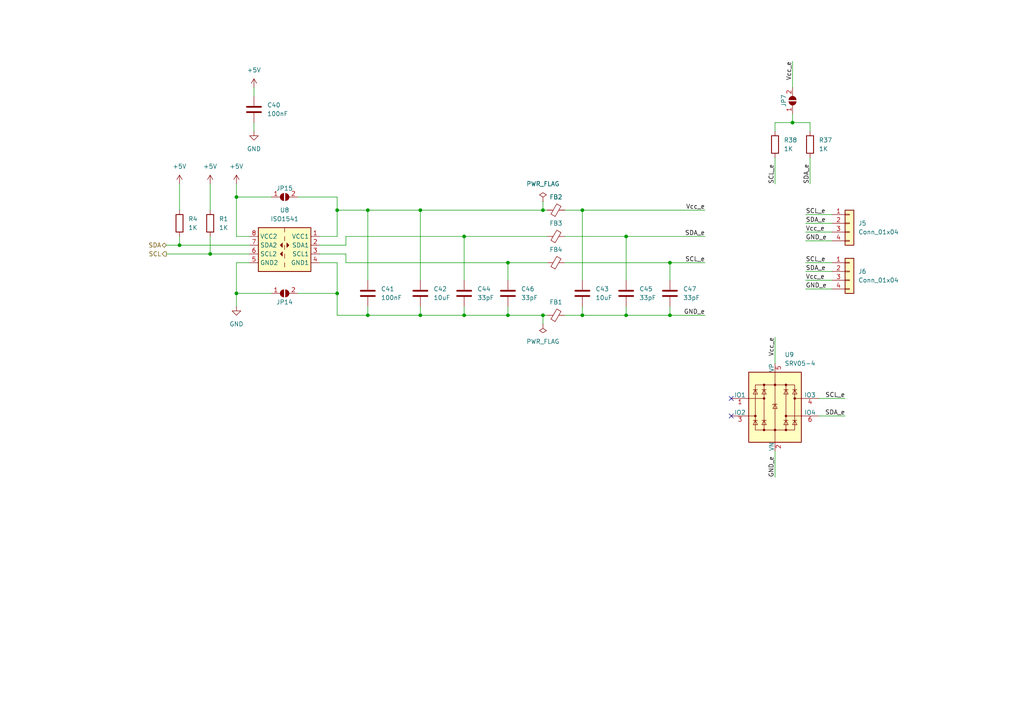
<source format=kicad_sch>
(kicad_sch (version 20211123) (generator eeschema)
  (paper "A4")
  (lib_symbols
    (symbol "Connector_Generic:Conn_01x04" (pin_names (offset 1.016) hide)
      (property "Reference" "J" (at 0 5.08 0))
      (property "Value" "Conn_01x04" (at 0 -7.62 0))
      (symbol "Conn_01x04_1_1"
        (rectangle (start -1.27 -4.953) (end 0 -5.207) (stroke (width 0.1524)))
        (rectangle (start -1.27 -2.413) (end 0 -2.667) (stroke (width 0.1524)))
        (rectangle (start -1.27 0.127) (end 0 -0.127) (stroke (width 0.1524)))
        (rectangle (start -1.27 2.667) (end 0 2.413) (stroke (width 0.1524)))
        (rectangle (start -1.27 3.81) (end 1.27 -6.35) (stroke (width 0.254)) (fill (type background)))
        (pin passive line (at -5.08 2.54 0) (length 3.81) (name "Pin_1") (number "1"))
        (pin passive line (at -5.08 0 0) (length 3.81) (name "Pin_2") (number "2"))
        (pin passive line (at -5.08 -2.54 0) (length 3.81) (name "Pin_3") (number "3"))
        (pin passive line (at -5.08 -5.08 0) (length 3.81) (name "Pin_4") (number "4"))
      )
    )
    (symbol "Device:C" (pin_numbers hide) (pin_names (offset 0.254))
      (property "Reference" "C" (at 0.635 2.54 0))
      (property "Value" "C" (at 0.635 -2.54 0))
      (symbol "C_0_1"
        (polyline (pts (xy -2.032 -0.762) (xy 2.032 -0.762)) (stroke (width 0.508)))
        (polyline (pts (xy -2.032 0.762) (xy 2.032 0.762)) (stroke (width 0.508)))
      )
      (symbol "C_1_1"
        (pin passive line (at 0 3.81 270) (length 2.794) (name "~") (number "1"))
        (pin passive line (at 0 -3.81 90) (length 2.794) (name "~") (number "2"))
      )
    )
    (symbol "Device:FerriteBead_Small" (pin_numbers hide) (pin_names (offset 0))
      (property "Reference" "FB" (at 1.905 1.27 0))
      (property "Value" "FerriteBead_Small" (at 1.905 -1.27 0))
      (symbol "FerriteBead_Small_0_1"
        (polyline (pts (xy 0 -1.27) (xy 0 -0.7874)))
        (polyline (pts (xy 0 0.889) (xy 0 1.2954)))
        (polyline (pts (xy -1.8288 0.2794) (xy -1.1176 1.4986) (xy 1.8288 -0.2032) (xy 1.1176 -1.4224) (xy -1.8288 0.2794)))
      )
      (symbol "FerriteBead_Small_1_1"
        (pin passive line (at 0 2.54 270) (length 1.27) (name "~") (number "1"))
        (pin passive line (at 0 -2.54 90) (length 1.27) (name "~") (number "2"))
      )
    )
    (symbol "Device:R" (pin_numbers hide) (pin_names (offset 0))
      (property "Reference" "R" (at 2.032 0 90))
      (property "Value" "R" (at 0 0 90))
      (symbol "R_0_1"
        (rectangle (start -1.016 -2.54) (end 1.016 2.54) (stroke (width 0.254)))
      )
      (symbol "R_1_1"
        (pin passive line (at 0 3.81 270) (length 1.27) (name "~") (number "1"))
        (pin passive line (at 0 -3.81 90) (length 1.27) (name "~") (number "2"))
      )
    )
    (symbol "Isolator:ISO1541"
      (property "Reference" "U" (at -6.35 6.35 0))
      (property "Value" "ISO1541" (at 3.81 6.35 0))
      (symbol "ISO1541_0_1"
        (rectangle (start -7.62 5.08) (end 7.62 -7.62) (stroke (width 0.254)) (fill (type background)))
        (rectangle (start 0 -5.08) (end 0 -6.35))
        (polyline (pts (xy 0 -2.54) (xy 0 -3.81)))
        (polyline (pts (xy 0 0) (xy 0 -1.27)))
        (polyline (pts (xy 0 2.54) (xy 0 1.27)))
        (polyline (pts (xy 0 5.08) (xy 0 3.81)))
        (polyline (pts (xy -0.635 0.635) (xy -1.27 0) (xy -0.635 -0.635) (xy -0.635 0.635)) (fill (type outline)))
        (polyline (pts (xy 0.635 -1.905) (xy 1.27 -2.54) (xy 0.635 -3.175) (xy 0.635 -1.905)) (fill (type outline)))
        (polyline (pts (xy 0.635 0.635) (xy 1.27 0) (xy 0.635 -0.635) (xy 0.635 0.635)) (fill (type outline)))
      )
      (symbol "ISO1541_1_1"
        (pin power_in line (at -10.16 2.54 0) (length 2.54) (name "VCC1") (number "1"))
        (pin bidirectional line (at -10.16 0 0) (length 2.54) (name "SDA1") (number "2"))
        (pin input line (at -10.16 -2.54 0) (length 2.54) (name "SCL1") (number "3"))
        (pin power_in line (at -10.16 -5.08 0) (length 2.54) (name "GND1") (number "4"))
        (pin power_in line (at 10.16 -5.08 180) (length 2.54) (name "GND2") (number "5"))
        (pin output line (at 10.16 -2.54 180) (length 2.54) (name "SCL2") (number "6"))
        (pin bidirectional line (at 10.16 0 180) (length 2.54) (name "SDA2") (number "7"))
        (pin power_in line (at 10.16 2.54 180) (length 2.54) (name "VCC2") (number "8"))
      )
    )
    (symbol "Jumper:SolderJumper_2_Open" (pin_names (offset 0) hide)
      (property "Reference" "JP" (at 0 2.032 0))
      (property "Value" "SolderJumper_2_Open" (at 0 -2.54 0))
      (symbol "SolderJumper_2_Open_0_1"
        (arc (start -0.254 1.016) (mid -1.27 0) (end -0.254 -1.016))
        (arc (start -0.254 1.016) (mid -1.27 0) (end -0.254 -1.016) (fill (type outline)))
        (polyline (pts (xy -0.254 1.016) (xy -0.254 -1.016)))
        (polyline (pts (xy 0.254 1.016) (xy 0.254 -1.016)))
        (arc (start 0.254 -1.016) (mid 1.27 0) (end 0.254 1.016))
        (arc (start 0.254 -1.016) (mid 1.27 0) (end 0.254 1.016) (fill (type outline)))
      )
      (symbol "SolderJumper_2_Open_1_1"
        (pin passive line (at -3.81 0 0) (length 2.54) (name "A") (number "1"))
        (pin passive line (at 3.81 0 180) (length 2.54) (name "B") (number "2"))
      )
    )
    (symbol "Power_Protection:SRV05-4" (pin_names (offset 0))
      (property "Reference" "U" (at -5.08 11.43 0))
      (property "Value" "SRV05-4" (at 2.54 11.43 0))
      (symbol "SRV05-4_0_0"
        (rectangle (start -5.715 6.477) (end 5.715 -6.604))
        (polyline (pts (xy -3.175 -6.604) (xy -3.175 6.477)))
        (polyline (pts (xy 3.175 6.477) (xy 3.175 -6.604)))
      )
      (symbol "SRV05-4_0_1"
        (rectangle (start -7.62 10.16) (end 7.62 -10.16) (stroke (width 0.254)) (fill (type background)))
        (circle (center -5.715 -2.54) (radius 0.2794) (fill (type outline)))
        (circle (center -3.175 -6.604) (radius 0.2794) (fill (type outline)))
        (circle (center -3.175 2.54) (radius 0.2794) (fill (type outline)))
        (circle (center -3.175 6.477) (radius 0.2794) (fill (type outline)))
        (circle (center 0 -6.604) (radius 0.2794) (fill (type outline)))
        (polyline (pts (xy -7.747 2.54) (xy -3.175 2.54)))
        (polyline (pts (xy -7.62 -2.54) (xy -5.715 -2.54)))
        (polyline (pts (xy -5.08 -3.81) (xy -6.35 -3.81)))
        (polyline (pts (xy -5.08 5.08) (xy -6.35 5.08)))
        (polyline (pts (xy -2.54 -3.81) (xy -3.81 -3.81)))
        (polyline (pts (xy -2.54 5.08) (xy -3.81 5.08)))
        (polyline (pts (xy 0 10.16) (xy 0 -10.16)))
        (polyline (pts (xy 3.81 -3.81) (xy 2.54 -3.81)))
        (polyline (pts (xy 3.81 5.08) (xy 2.54 5.08)))
        (polyline (pts (xy 6.35 -3.81) (xy 5.08 -3.81)))
        (polyline (pts (xy 6.35 5.08) (xy 5.08 5.08)))
        (polyline (pts (xy 7.62 -2.54) (xy 3.175 -2.54)))
        (polyline (pts (xy 7.62 2.54) (xy 5.715 2.54)))
        (polyline (pts (xy 0.635 0.889) (xy -0.635 0.889) (xy -0.635 0.635)))
        (polyline (pts (xy -5.08 -5.08) (xy -6.35 -5.08) (xy -5.715 -3.81) (xy -5.08 -5.08)))
        (polyline (pts (xy -5.08 3.81) (xy -6.35 3.81) (xy -5.715 5.08) (xy -5.08 3.81)))
        (polyline (pts (xy -2.54 -5.08) (xy -3.81 -5.08) (xy -3.175 -3.81) (xy -2.54 -5.08)))
        (polyline (pts (xy -2.54 3.81) (xy -3.81 3.81) (xy -3.175 5.08) (xy -2.54 3.81)))
        (polyline (pts (xy 0.635 -0.381) (xy -0.635 -0.381) (xy 0 0.889) (xy 0.635 -0.381)))
        (polyline (pts (xy 3.81 -5.08) (xy 2.54 -5.08) (xy 3.175 -3.81) (xy 3.81 -5.08)))
        (polyline (pts (xy 3.81 3.81) (xy 2.54 3.81) (xy 3.175 5.08) (xy 3.81 3.81)))
        (polyline (pts (xy 6.35 -5.08) (xy 5.08 -5.08) (xy 5.715 -3.81) (xy 6.35 -5.08)))
        (polyline (pts (xy 6.35 3.81) (xy 5.08 3.81) (xy 5.715 5.08) (xy 6.35 3.81)))
        (circle (center 0 6.477) (radius 0.2794) (fill (type outline)))
        (circle (center 3.175 -6.604) (radius 0.2794) (fill (type outline)))
        (circle (center 3.175 -2.54) (radius 0.2794) (fill (type outline)))
        (circle (center 3.175 6.477) (radius 0.2794) (fill (type outline)))
        (circle (center 5.715 2.54) (radius 0.2794) (fill (type outline)))
      )
      (symbol "SRV05-4_1_1"
        (pin passive line (at -12.7 2.54 0) (length 5.08) (name "IO1") (number "1"))
        (pin passive line (at 0 -12.7 90) (length 2.54) (name "VN") (number "2"))
        (pin passive line (at -12.7 -2.54 0) (length 5.08) (name "IO2") (number "3"))
        (pin passive line (at 12.7 2.54 180) (length 5.08) (name "IO3") (number "4"))
        (pin passive line (at 0 12.7 270) (length 2.54) (name "VP") (number "5"))
        (pin passive line (at 12.7 -2.54 180) (length 5.08) (name "IO4") (number "6"))
      )
    )
    (symbol "power:+5V" (power) (pin_names (offset 0))
      (property "Value" "+5V" (at 0 3.556 0))
      (symbol "+5V_0_1"
        (polyline (pts (xy -0.762 1.27) (xy 0 2.54)))
        (polyline (pts (xy 0 0) (xy 0 2.54)))
        (polyline (pts (xy 0 2.54) (xy 0.762 1.27)))
      )
      (symbol "+5V_1_1"
        (pin power_in line (at 0 0 90) (length 0) hide (name "+5V") (number "1"))
      )
    )
    (symbol "power:GND" (power) (pin_names (offset 0))
      (property "Value" "GND" (at 0 -3.81 0))
      (symbol "GND_0_1"
        (polyline (pts (xy 0 0) (xy 0 -1.27) (xy 1.27 -1.27) (xy 0 -2.54) (xy -1.27 -1.27) (xy 0 -1.27)))
      )
      (symbol "GND_1_1"
        (pin power_in line (at 0 0 270) (length 0) hide (name "GND") (number "1"))
      )
    )
    (symbol "power:PWR_FLAG" (power) (pin_numbers hide) (pin_names (offset 0) hide)
      (property "Value" "PWR_FLAG" (at 0 3.81 0))
      (symbol "PWR_FLAG_0_0"
        (pin power_out line (at 0 0 90) (length 0) (name "pwr") (number "1"))
      )
      (symbol "PWR_FLAG_0_1"
        (polyline (pts (xy 0 0) (xy 0 1.27) (xy -1.016 1.905) (xy 0 2.54) (xy 1.016 1.905) (xy 0 1.27)))
      )
    )
  )
  (junction (at 194.31 76.2))
  (junction (at 181.61 91.44))
  (junction (at 147.32 76.2))
  (junction (at 97.79 60.96))
  (junction (at 157.48 60.96))
  (junction (at 121.92 60.96))
  (junction (at 194.31 91.44))
  (junction (at 68.58 85.09))
  (junction (at 157.48 91.44))
  (junction (at 168.91 91.44))
  (junction (at 181.61 68.58))
  (junction (at 121.92 91.44))
  (junction (at 60.96 73.66))
  (junction (at 134.62 68.58))
  (junction (at 168.91 60.96))
  (junction (at 97.79 85.09))
  (junction (at 106.68 60.96))
  (junction (at 68.58 57.15))
  (junction (at 147.32 91.44))
  (junction (at 134.62 91.44))
  (junction (at 106.68 91.44))
  (junction (at 52.07 71.12))
  (junction (at 229.87 35.56))
  (no_connect (at 212.09 120.65))
  (no_connect (at 212.09 115.57))
  (wire (pts (xy 100.33 68.58) (xy 134.62 68.58)))
  (wire (pts (xy 224.79 138.43) (xy 224.79 130.81)))
  (wire (pts (xy 100.33 73.66) (xy 100.33 76.2)))
  (wire (pts (xy 52.07 68.58) (xy 52.07 71.12)))
  (wire (pts (xy 163.83 76.2) (xy 194.31 76.2)))
  (wire (pts (xy 181.61 68.58) (xy 204.47 68.58)))
  (wire (pts (xy 68.58 53.34) (xy 68.58 57.15)))
  (wire (pts (xy 224.79 97.79) (xy 224.79 105.41)))
  (wire (pts (xy 97.79 91.44) (xy 97.79 85.09)))
  (wire (pts (xy 157.48 60.96) (xy 158.75 60.96)))
  (wire (pts (xy 233.68 67.31) (xy 241.3 67.31)))
  (wire (pts (xy 229.87 35.56) (xy 234.95 35.56)))
  (wire (pts (xy 194.31 76.2) (xy 204.47 76.2)))
  (wire (pts (xy 234.95 53.34) (xy 234.95 45.72)))
  (wire (pts (xy 92.71 73.66) (xy 100.33 73.66)))
  (wire (pts (xy 48.26 71.12) (xy 52.07 71.12)))
  (wire (pts (xy 97.79 60.96) (xy 106.68 60.96)))
  (wire (pts (xy 92.71 76.2) (xy 97.79 76.2)))
  (wire (pts (xy 60.96 53.34) (xy 60.96 60.96)))
  (wire (pts (xy 224.79 38.1) (xy 224.79 35.56)))
  (wire (pts (xy 233.68 69.85) (xy 241.3 69.85)))
  (wire (pts (xy 163.83 60.96) (xy 168.91 60.96)))
  (wire (pts (xy 121.92 60.96) (xy 121.92 81.28)))
  (wire (pts (xy 68.58 85.09) (xy 68.58 76.2)))
  (wire (pts (xy 194.31 91.44) (xy 204.47 91.44)))
  (wire (pts (xy 100.33 76.2) (xy 147.32 76.2)))
  (wire (pts (xy 147.32 76.2) (xy 158.75 76.2)))
  (wire (pts (xy 229.87 35.56) (xy 229.87 33.02)))
  (wire (pts (xy 157.48 91.44) (xy 158.75 91.44)))
  (wire (pts (xy 168.91 60.96) (xy 204.47 60.96)))
  (wire (pts (xy 73.66 25.4) (xy 73.66 27.94)))
  (wire (pts (xy 163.83 68.58) (xy 181.61 68.58)))
  (wire (pts (xy 48.26 73.66) (xy 60.96 73.66)))
  (wire (pts (xy 233.68 76.2) (xy 241.3 76.2)))
  (wire (pts (xy 97.79 68.58) (xy 97.79 60.96)))
  (wire (pts (xy 194.31 88.9) (xy 194.31 91.44)))
  (wire (pts (xy 233.68 81.28) (xy 241.3 81.28)))
  (wire (pts (xy 233.68 78.74) (xy 241.3 78.74)))
  (wire (pts (xy 52.07 53.34) (xy 52.07 60.96)))
  (wire (pts (xy 121.92 60.96) (xy 157.48 60.96)))
  (wire (pts (xy 106.68 91.44) (xy 106.68 88.9)))
  (wire (pts (xy 147.32 91.44) (xy 157.48 91.44)))
  (wire (pts (xy 52.07 71.12) (xy 72.39 71.12)))
  (wire (pts (xy 106.68 91.44) (xy 121.92 91.44)))
  (wire (pts (xy 86.36 57.15) (xy 97.79 57.15)))
  (wire (pts (xy 168.91 60.96) (xy 168.91 81.28)))
  (wire (pts (xy 68.58 85.09) (xy 78.74 85.09)))
  (wire (pts (xy 224.79 53.34) (xy 224.79 45.72)))
  (wire (pts (xy 68.58 57.15) (xy 68.58 68.58)))
  (wire (pts (xy 181.61 88.9) (xy 181.61 91.44)))
  (wire (pts (xy 194.31 76.2) (xy 194.31 81.28)))
  (wire (pts (xy 229.87 17.78) (xy 229.87 25.4)))
  (wire (pts (xy 168.91 88.9) (xy 168.91 91.44)))
  (wire (pts (xy 68.58 76.2) (xy 72.39 76.2)))
  (wire (pts (xy 181.61 91.44) (xy 194.31 91.44)))
  (wire (pts (xy 97.79 57.15) (xy 97.79 60.96)))
  (wire (pts (xy 92.71 71.12) (xy 100.33 71.12)))
  (wire (pts (xy 157.48 58.42) (xy 157.48 60.96)))
  (wire (pts (xy 147.32 76.2) (xy 147.32 81.28)))
  (wire (pts (xy 121.92 88.9) (xy 121.92 91.44)))
  (wire (pts (xy 233.68 64.77) (xy 241.3 64.77)))
  (wire (pts (xy 73.66 35.56) (xy 73.66 38.1)))
  (wire (pts (xy 68.58 57.15) (xy 78.74 57.15)))
  (wire (pts (xy 233.68 83.82) (xy 241.3 83.82)))
  (wire (pts (xy 163.83 91.44) (xy 168.91 91.44)))
  (wire (pts (xy 86.36 85.09) (xy 97.79 85.09)))
  (wire (pts (xy 245.11 115.57) (xy 237.49 115.57)))
  (wire (pts (xy 92.71 68.58) (xy 97.79 68.58)))
  (wire (pts (xy 134.62 88.9) (xy 134.62 91.44)))
  (wire (pts (xy 245.11 120.65) (xy 237.49 120.65)))
  (wire (pts (xy 224.79 35.56) (xy 229.87 35.56)))
  (wire (pts (xy 68.58 88.9) (xy 68.58 85.09)))
  (wire (pts (xy 100.33 71.12) (xy 100.33 68.58)))
  (wire (pts (xy 97.79 85.09) (xy 97.79 76.2)))
  (wire (pts (xy 106.68 60.96) (xy 106.68 81.28)))
  (wire (pts (xy 181.61 68.58) (xy 181.61 81.28)))
  (wire (pts (xy 134.62 68.58) (xy 158.75 68.58)))
  (wire (pts (xy 134.62 68.58) (xy 134.62 81.28)))
  (wire (pts (xy 68.58 68.58) (xy 72.39 68.58)))
  (wire (pts (xy 121.92 91.44) (xy 134.62 91.44)))
  (wire (pts (xy 234.95 35.56) (xy 234.95 38.1)))
  (wire (pts (xy 157.48 93.98) (xy 157.48 91.44)))
  (wire (pts (xy 147.32 88.9) (xy 147.32 91.44)))
  (wire (pts (xy 106.68 60.96) (xy 121.92 60.96)))
  (wire (pts (xy 134.62 91.44) (xy 147.32 91.44)))
  (wire (pts (xy 60.96 73.66) (xy 72.39 73.66)))
  (wire (pts (xy 168.91 91.44) (xy 181.61 91.44)))
  (wire (pts (xy 106.68 91.44) (xy 97.79 91.44)))
  (wire (pts (xy 60.96 68.58) (xy 60.96 73.66)))
  (wire (pts (xy 233.68 62.23) (xy 241.3 62.23)))
  (label "SDA_e" (at 234.95 53.34 90))
  (label "SCL_e" (at 233.68 62.23 0))
  (label "SDA_e" (at 204.47 68.58 180))
  (label "SCL_e" (at 245.11 115.57 180))
  (label "Vcc_e" (at 229.87 17.78 270))
  (label "GND_e" (at 224.79 138.43 90))
  (label "SDA_e" (at 245.11 120.65 180))
  (label "Vcc_e" (at 233.68 81.28 0))
  (label "SCL_e" (at 204.47 76.2 180))
  (label "GND_e" (at 204.47 91.44 180))
  (label "SCL_e" (at 233.68 76.2 0))
  (label "GND_e" (at 233.68 69.85 0))
  (label "SDA_e" (at 233.68 78.74 0))
  (label "Vcc_e" (at 224.79 97.79 270))
  (label "SDA_e" (at 233.68 64.77 0))
  (label "SCL_e" (at 224.79 53.34 90))
  (label "GND_e" (at 233.68 83.82 0))
  (label "Vcc_e" (at 204.47 60.96 180))
  (label "Vcc_e" (at 233.68 67.31 0))
  (hierarchical_label "SCL" (shape output) (at 48.26 73.66 180))
  (hierarchical_label "SDA" (shape bidirectional) (at 48.26 71.12 180))
  (symbol (lib_id "Jumper:SolderJumper_2_Open") (at 82.55 57.15 0) (unit 1)
    (property "Reference" "JP15" (at 82.55 54.61 0))
    (property "Value" "SolderJumper_2_Open" (effects hide))
    (property "Footprint" "Jumper:SolderJumper-2_P1.3mm_Open_TrianglePad1.0x1.5mm" (effects hide))
  )
  (symbol (lib_id "Device:C") (at 181.61 85.09 0) (unit 1)
    (property "Reference" "C45" (at 185.42 83.8199 0) (effects (justify left)))
    (property "Value" "33pF" (at 185.42 86.3599 0) (effects (justify left)))
    (property "Footprint" "Capacitor_SMD:C_0603_1608Metric" (effects hide))
    (property "LCSC Part #" "C1663" (effects hide))
  )
  (symbol (lib_id "Device:C") (at 106.68 85.09 0) (unit 1)
    (property "Reference" "C41" (at 110.49 83.8199 0) (effects (justify left)))
    (property "Value" "100nF" (at 110.49 86.3599 0) (effects (justify left)))
    (property "Footprint" "Capacitor_SMD:C_0603_1608Metric" (effects hide))
    (property "LCSC Part #" "C14663" (effects hide))
  )
  (symbol (lib_id "Device:C") (at 194.31 85.09 0) (unit 1)
    (property "Reference" "C47" (at 198.12 83.8199 0) (effects (justify left)))
    (property "Value" "33pF" (at 198.12 86.3599 0) (effects (justify left)))
    (property "Footprint" "Capacitor_SMD:C_0603_1608Metric" (effects hide))
    (property "LCSC Part #" "C1663" (effects hide))
  )
  (symbol (lib_id "power:+5V") (at 73.66 25.4 0) (unit 1)
    (property "Reference" "#PWR0117" (effects hide))
    (property "Value" "+5V" (at 73.66 20.32 0))
  )
  (symbol (lib_id "power:GND") (at 73.66 38.1 0) (unit 1)
    (property "Reference" "#PWR0118" (effects hide))
    (property "Value" "GND" (at 73.66 43.18 0))
  )
  (symbol (lib_id "Power_Protection:SRV05-4") (at 224.79 118.11 0) (unit 1)
    (property "Reference" "U9" (at 227.5587 102.87 0) (effects (justify left)))
    (property "Value" "SRV05-4" (at 227.5587 105.41 0) (effects (justify left)))
    (property "Footprint" "Package_TO_SOT_SMD:SOT-23-6" (effects hide))
    (property "Datasheet" "http://www.onsemi.com/pub/Collateral/SRV05-4-D.PDF" (effects hide))
    (property "LCSC Part #" "C85364" (effects hide))
  )
  (symbol (lib_id "power:GND") (at 68.58 88.9 0) (unit 1)
    (property "Reference" "#PWR0116" (effects hide))
    (property "Value" "GND" (at 68.58 93.98 0))
  )
  (symbol (lib_id "Jumper:SolderJumper_2_Open") (at 82.55 85.09 0) (unit 1)
    (property "Reference" "JP14" (at 82.55 87.63 0))
    (property "Value" "SolderJumper_2_Open" (effects hide))
    (property "Footprint" "Jumper:SolderJumper-2_P1.3mm_Open_TrianglePad1.0x1.5mm" (effects hide))
  )
  (symbol (lib_id "Device:C") (at 134.62 85.09 0) (unit 1)
    (property "Reference" "C44" (at 138.43 83.8199 0) (effects (justify left)))
    (property "Value" "33pF" (at 138.43 86.3599 0) (effects (justify left)))
    (property "Footprint" "Capacitor_SMD:C_0603_1608Metric" (effects hide))
    (property "LCSC Part #" "C1663" (effects hide))
  )
  (symbol (lib_id "Device:R") (at 224.79 41.91 0) (unit 1)
    (property "Reference" "R38" (at 227.33 40.6399 0) (effects (justify left)))
    (property "Value" "1K" (at 227.33 43.1799 0) (effects (justify left)))
    (property "Footprint" "Resistor_SMD:R_0603_1608Metric" (effects hide))
    (property "LCSC Part #" "C21190" (effects hide))
  )
  (symbol (lib_id "power:+5V") (at 68.58 53.34 0) (unit 1)
    (property "Reference" "#PWR0115" (effects hide))
    (property "Value" "+5V" (at 68.58 48.26 0))
  )
  (symbol (lib_id "power:+5V") (at 60.96 53.34 0) (unit 1)
    (property "Reference" "#PWR0114" (effects hide))
    (property "Value" "+5V" (at 60.96 48.26 0))
  )
  (symbol (lib_id "Connector_Generic:Conn_01x04") (at 246.38 78.74 0) (unit 1)
    (property "Reference" "J6" (at 248.92 78.7399 0) (effects (justify left)))
    (property "Value" "Conn_01x04" (at 248.92 81.2799 0) (effects (justify left)))
    (property "Footprint" "Connector_JST:JST_PH_S4B-PH-K_1x04_P2.00mm_Horizontal" (effects hide))
  )
  (symbol (lib_id "Device:FerriteBead_Small") (at 161.29 60.96 90) (unit 1)
    (property "Reference" "FB2" (at 161.2519 57.15 90))
    (property "Value" "FerriteBead" (effects hide))
    (property "Footprint" "Inductor_SMD:L_0603_1608Metric" (effects hide))
    (property "LCSC Part #" "C1002" (effects hide))
  )
  (symbol (lib_id "power:+5V") (at 52.07 53.34 0) (unit 1)
    (property "Reference" "#PWR0113" (effects hide))
    (property "Value" "+5V" (at 52.07 48.26 0))
  )
  (symbol (lib_id "Device:R") (at 52.07 64.77 0) (unit 1)
    (property "Reference" "R4" (at 54.61 63.4999 0) (effects (justify left)))
    (property "Value" "1K" (at 54.61 66.0399 0) (effects (justify left)))
    (property "Footprint" "Resistor_SMD:R_0603_1608Metric" (effects hide))
    (property "LCSC Part #" "C21190" (effects hide))
  )
  (symbol (lib_id "power:PWR_FLAG") (at 157.48 58.42 0) (unit 1)
    (property "Reference" "#FLG03" (effects hide))
    (property "Value" "PWR_FLAG" (at 157.48 53.34 0))
  )
  (symbol (lib_id "Device:C") (at 121.92 85.09 0) (unit 1)
    (property "Reference" "C42" (at 125.73 83.8199 0) (effects (justify left)))
    (property "Value" "10uF" (at 125.73 86.3599 0) (effects (justify left)))
    (property "Footprint" "Capacitor_SMD:C_1206_3216Metric" (effects hide))
    (property "LCSC Part #" "C13585" (effects hide))
  )
  (symbol (lib_id "Device:FerriteBead_Small") (at 161.29 68.58 90) (unit 1)
    (property "Reference" "FB3" (at 161.2519 64.77 90))
    (property "Value" "FerriteBead" (effects hide))
    (property "Footprint" "Inductor_SMD:L_0603_1608Metric" (effects hide))
    (property "LCSC Part #" "C1002" (effects hide))
  )
  (symbol (lib_id "Isolator:ISO1541") (at 82.55 71.12 0) (mirror y) (unit 1)
    (property "Reference" "U8" (at 82.55 60.96 0))
    (property "Value" "ISO1541" (at 82.55 63.5 0))
    (property "Footprint" "Package_SO:SOIC-8_3.9x4.9mm_P1.27mm" (effects hide))
    (property "Datasheet" "http://www.ti.com/lit/ds/symlink/iso1541.pdf" (effects hide))
    (property "LCSC Part #" "C143028" (effects hide))
  )
  (symbol (lib_id "Device:C") (at 73.66 31.75 0) (unit 1)
    (property "Reference" "C40" (at 77.47 30.4799 0) (effects (justify left)))
    (property "Value" "100nF" (at 77.47 33.0199 0) (effects (justify left)))
    (property "Footprint" "Capacitor_SMD:C_0603_1608Metric" (effects hide))
    (property "LCSC Part #" "C14663" (effects hide))
  )
  (symbol (lib_id "Device:R") (at 234.95 41.91 0) (unit 1)
    (property "Reference" "R37" (at 237.49 40.6399 0) (effects (justify left)))
    (property "Value" "1K" (at 237.49 43.1799 0) (effects (justify left)))
    (property "Footprint" "Resistor_SMD:R_0603_1608Metric" (effects hide))
    (property "LCSC Part #" "C21190" (effects hide))
  )
  (symbol (lib_id "Device:C") (at 168.91 85.09 0) (unit 1)
    (property "Reference" "C43" (at 172.72 83.8199 0) (effects (justify left)))
    (property "Value" "10uF" (at 172.72 86.3599 0) (effects (justify left)))
    (property "Footprint" "Capacitor_SMD:C_1206_3216Metric" (effects hide))
    (property "LCSC Part #" "C13585" (effects hide))
  )
  (symbol (lib_id "Connector_Generic:Conn_01x04") (at 246.38 64.77 0) (unit 1)
    (property "Reference" "J5" (at 248.92 64.7699 0) (effects (justify left)))
    (property "Value" "Conn_01x04" (at 248.92 67.3099 0) (effects (justify left)))
    (property "Footprint" "Connector_JST:JST_PH_S4B-PH-K_1x04_P2.00mm_Horizontal" (effects hide))
  )
  (symbol (lib_id "Device:FerriteBead_Small") (at 161.29 76.2 90) (unit 1)
    (property "Reference" "FB4" (at 161.2519 72.39 90))
    (property "Value" "FerriteBead" (effects hide))
    (property "Footprint" "Inductor_SMD:L_0603_1608Metric" (effects hide))
    (property "LCSC Part #" "C1002" (effects hide))
  )
  (symbol (lib_id "Device:C") (at 147.32 85.09 0) (unit 1)
    (property "Reference" "C46" (at 151.13 83.8199 0) (effects (justify left)))
    (property "Value" "33pF" (at 151.13 86.3599 0) (effects (justify left)))
    (property "Footprint" "Capacitor_SMD:C_0603_1608Metric" (effects hide))
    (property "LCSC Part #" "C1663" (effects hide))
  )
  (symbol (lib_id "Device:R") (at 60.96 64.77 0) (unit 1)
    (property "Reference" "R1" (at 63.5 63.4999 0) (effects (justify left)))
    (property "Value" "1K" (at 63.5 66.0399 0) (effects (justify left)))
    (property "Footprint" "Resistor_SMD:R_0603_1608Metric" (effects hide))
    (property "LCSC Part #" "C21190" (effects hide))
  )
  (symbol (lib_id "Device:FerriteBead_Small") (at 161.29 91.44 90) (unit 1)
    (property "Reference" "FB1" (at 161.2519 87.63 90))
    (property "Value" "FerriteBead" (effects hide))
    (property "Footprint" "Inductor_SMD:L_0603_1608Metric" (effects hide))
    (property "LCSC Part #" "C1002" (effects hide))
  )
  (symbol (lib_id "power:PWR_FLAG") (at 157.48 93.98 180) (unit 1)
    (property "Reference" "#FLG04" (effects hide))
    (property "Value" "PWR_FLAG" (at 157.48 99.06 0))
  )
  (symbol (lib_id "Jumper:SolderJumper_2_Open") (at 229.87 29.21 90) (unit 1)
    (property "Reference" "JP7" (at 227.33 29.21 0))
    (property "Value" "SolderJumper_2_Open" (effects hide))
    (property "Footprint" "Jumper:SolderJumper-2_P1.3mm_Open_TrianglePad1.0x1.5mm" (effects hide))
  )
)
</source>
